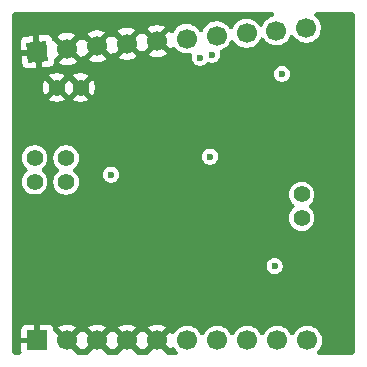
<source format=gbr>
%TF.GenerationSoftware,KiCad,Pcbnew,9.0.2*%
%TF.CreationDate,2025-06-04T00:25:23+07:00*%
%TF.ProjectId,Power Delivery Management_3.3V,506f7765-7220-4446-956c-697665727920,rev?*%
%TF.SameCoordinates,Original*%
%TF.FileFunction,Copper,L2,Inr*%
%TF.FilePolarity,Positive*%
%FSLAX46Y46*%
G04 Gerber Fmt 4.6, Leading zero omitted, Abs format (unit mm)*
G04 Created by KiCad (PCBNEW 9.0.2) date 2025-06-04 00:25:23*
%MOMM*%
%LPD*%
G01*
G04 APERTURE LIST*
G04 Aperture macros list*
%AMRotRect*
0 Rectangle, with rotation*
0 The origin of the aperture is its center*
0 $1 length*
0 $2 width*
0 $3 Rotation angle, in degrees counterclockwise*
0 Add horizontal line*
21,1,$1,$2,0,0,$3*%
G04 Aperture macros list end*
%TA.AperFunction,ComponentPad*%
%ADD10C,1.400000*%
%TD*%
%TA.AperFunction,ComponentPad*%
%ADD11RotRect,1.700000X1.700000X275.000000*%
%TD*%
%TA.AperFunction,ComponentPad*%
%ADD12C,1.700000*%
%TD*%
%TA.AperFunction,ComponentPad*%
%ADD13R,1.700000X1.700000*%
%TD*%
%TA.AperFunction,ViaPad*%
%ADD14C,0.600000*%
%TD*%
G04 APERTURE END LIST*
D10*
%TO.N,GND*%
%TO.C,GND1*%
X50749200Y-46990000D03*
X48749200Y-46990000D03*
%TD*%
%TO.N,3.3V*%
%TO.C,3.3*%
X46863000Y-54959000D03*
X46863000Y-52959000D03*
%TD*%
%TO.N,+12V*%
%TO.C,+12*%
X49530000Y-52975000D03*
X49530000Y-54975000D03*
%TD*%
%TO.N,VSENSE*%
%TO.C,SENS1*%
X69469000Y-56039000D03*
X69469000Y-58039000D03*
%TD*%
D11*
%TO.N,GND*%
%TO.C,J4*%
X47090827Y-43944567D03*
D12*
X49621163Y-43723191D03*
X52151496Y-43501816D03*
X54681831Y-43280440D03*
X57212165Y-43059065D03*
%TO.N,3.3V*%
X59742500Y-42837689D03*
X62272834Y-42616313D03*
X64803169Y-42394938D03*
X67333503Y-42173562D03*
X69863838Y-41952187D03*
%TD*%
D13*
%TO.N,GND*%
%TO.C,J3*%
X47090827Y-68404360D03*
D12*
X49630827Y-68404360D03*
X52170827Y-68404360D03*
X54710827Y-68404360D03*
X57250827Y-68404360D03*
%TO.N,+12V*%
X59790827Y-68404360D03*
X62330827Y-68404360D03*
X64870827Y-68404360D03*
X67410827Y-68404360D03*
X69950827Y-68404360D03*
%TD*%
D14*
%TO.N,3.3V*%
X61874400Y-44196000D03*
X60858400Y-44450000D03*
X67182000Y-62103000D03*
X67818000Y-45821600D03*
%TO.N,GND*%
X66040000Y-62230000D03*
X65024000Y-48260000D03*
X65786000Y-46228000D03*
X69291200Y-48107600D03*
X70739000Y-60960000D03*
X54737000Y-54356000D03*
X57404000Y-55118000D03*
X56642000Y-55118000D03*
X55826929Y-52029853D03*
X56261000Y-54356000D03*
X68199000Y-62738000D03*
X56488483Y-57221194D03*
X45339000Y-58547000D03*
X55880000Y-53721000D03*
X55118000Y-55118000D03*
X45339000Y-64389000D03*
X56682342Y-52019160D03*
X71534522Y-62273205D03*
X51308000Y-50292000D03*
X60960000Y-48260000D03*
X68529200Y-48107600D03*
X71374000Y-60325000D03*
X66294000Y-49149000D03*
X66675000Y-55499000D03*
X56642000Y-53721000D03*
X45339000Y-65913000D03*
X73406000Y-57912000D03*
X55118000Y-53721000D03*
X62992000Y-48260000D03*
X45339000Y-61849000D03*
X63246000Y-55499000D03*
X62357000Y-55499000D03*
X73398000Y-59690000D03*
X66675000Y-46228000D03*
X58928000Y-48768000D03*
X52070000Y-53594000D03*
X55880000Y-62484000D03*
X65786000Y-55499000D03*
X57023000Y-54356000D03*
X45339000Y-62611000D03*
X72126835Y-61680891D03*
X64135000Y-55499000D03*
X70866000Y-62738000D03*
X68199000Y-61341000D03*
X45339000Y-59309000D03*
X70180200Y-48107600D03*
X52070000Y-50292000D03*
X54356000Y-61087000D03*
X55253894Y-59782224D03*
X60706000Y-55499000D03*
X66040000Y-48260000D03*
X71069200Y-48107600D03*
X66294000Y-50038000D03*
X55880000Y-61087000D03*
X56495083Y-59764365D03*
X69088000Y-62738000D03*
X66294000Y-50927000D03*
X64897000Y-55499000D03*
X52070000Y-51181000D03*
X66294000Y-51816000D03*
X57404000Y-61087000D03*
X49784000Y-50292000D03*
X65405000Y-61722000D03*
X65405000Y-62865000D03*
X73414000Y-57023000D03*
X61595000Y-55499000D03*
X55880000Y-55118000D03*
X50546000Y-50292000D03*
X56497129Y-56143929D03*
X45339000Y-65151000D03*
X67564000Y-63500000D03*
X72009000Y-58801000D03*
X62992000Y-47244000D03*
X56488483Y-58771194D03*
X55118000Y-62484000D03*
X65532000Y-58420000D03*
X62992000Y-46228000D03*
X69977000Y-61341000D03*
X73406000Y-56134000D03*
X65024000Y-65024000D03*
X72009000Y-56134000D03*
X55283483Y-57221194D03*
X57023000Y-61849000D03*
X52070000Y-54356000D03*
X61976000Y-48260000D03*
X73263805Y-60462223D03*
X64897000Y-46228000D03*
X66040000Y-65024000D03*
X55499000Y-61849000D03*
X52070000Y-52832000D03*
X72009000Y-57023000D03*
X63692429Y-65247673D03*
X45339000Y-61087000D03*
X52070000Y-52070000D03*
X54737000Y-61849000D03*
X54356000Y-55118000D03*
X72009000Y-57912000D03*
X55258917Y-56126070D03*
X69977000Y-62730000D03*
X66853624Y-64348143D03*
X56642000Y-61087000D03*
X55499000Y-54356000D03*
X58928000Y-46736000D03*
X69088000Y-61341000D03*
X71988327Y-59619043D03*
X72719149Y-61061345D03*
X59944000Y-48260000D03*
X58928000Y-47752000D03*
X64008000Y-46228000D03*
X62484000Y-65278000D03*
X64008000Y-48260000D03*
X56642000Y-62484000D03*
X56261000Y-61849000D03*
X55118000Y-61087000D03*
X45339000Y-57785000D03*
X57580527Y-52008468D03*
X55283483Y-58771194D03*
X73406000Y-58801000D03*
%TO.N,BOOT*%
X61722000Y-52832000D03*
X53340000Y-54356000D03*
%TD*%
%TA.AperFunction,Conductor*%
%TO.N,GND*%
G36*
X67045477Y-40629001D02*
G01*
X67111413Y-40681584D01*
X67148005Y-40757567D01*
X67148005Y-40841903D01*
X67111413Y-40917886D01*
X67045477Y-40970469D01*
X67021814Y-40979960D01*
X66860776Y-41032283D01*
X66860770Y-41032285D01*
X66688054Y-41120290D01*
X66531237Y-41234224D01*
X66394165Y-41371296D01*
X66280231Y-41528113D01*
X66192226Y-41700829D01*
X66189376Y-41707712D01*
X66188204Y-41707226D01*
X66149204Y-41772496D01*
X66078817Y-41818953D01*
X65995245Y-41830269D01*
X65915038Y-41804204D01*
X65858932Y-41752918D01*
X65817876Y-41696410D01*
X65742505Y-41592670D01*
X65605437Y-41455602D01*
X65448616Y-41341665D01*
X65380068Y-41306738D01*
X65275901Y-41253661D01*
X65275895Y-41253659D01*
X65091549Y-41193762D01*
X64900091Y-41163438D01*
X64900090Y-41163438D01*
X64706248Y-41163438D01*
X64706247Y-41163438D01*
X64514788Y-41193762D01*
X64330442Y-41253659D01*
X64330436Y-41253661D01*
X64157720Y-41341666D01*
X64000903Y-41455600D01*
X63863831Y-41592672D01*
X63749897Y-41749489D01*
X63661892Y-41922205D01*
X63659042Y-41929088D01*
X63657870Y-41928602D01*
X63618870Y-41993872D01*
X63548483Y-42040329D01*
X63464911Y-42051645D01*
X63384704Y-42025580D01*
X63328599Y-41974295D01*
X63212172Y-41814048D01*
X63212171Y-41814047D01*
X63212170Y-41814045D01*
X63075102Y-41676977D01*
X62918281Y-41563040D01*
X62849733Y-41528113D01*
X62745566Y-41475036D01*
X62745560Y-41475034D01*
X62561214Y-41415137D01*
X62369756Y-41384813D01*
X62369755Y-41384813D01*
X62175913Y-41384813D01*
X62175912Y-41384813D01*
X61984453Y-41415137D01*
X61800107Y-41475034D01*
X61800101Y-41475036D01*
X61627385Y-41563041D01*
X61470568Y-41676975D01*
X61333496Y-41814047D01*
X61219562Y-41970864D01*
X61131557Y-42143580D01*
X61128707Y-42150463D01*
X61127535Y-42149977D01*
X61088535Y-42215247D01*
X61018148Y-42261704D01*
X60934576Y-42273020D01*
X60854369Y-42246955D01*
X60798263Y-42195669D01*
X60691780Y-42049108D01*
X60681836Y-42035421D01*
X60544768Y-41898353D01*
X60387947Y-41784416D01*
X60305304Y-41742307D01*
X60215232Y-41696412D01*
X60215226Y-41696410D01*
X60030880Y-41636513D01*
X59839422Y-41606189D01*
X59839421Y-41606189D01*
X59645579Y-41606189D01*
X59645578Y-41606189D01*
X59454119Y-41636513D01*
X59269773Y-41696410D01*
X59269767Y-41696412D01*
X59097051Y-41784417D01*
X58940234Y-41898351D01*
X58803162Y-42035423D01*
X58689229Y-42192238D01*
X58649002Y-42271187D01*
X58594952Y-42335926D01*
X58518166Y-42370803D01*
X58433852Y-42368910D01*
X58358709Y-42330621D01*
X58326848Y-42296538D01*
X58257938Y-42201691D01*
X58257937Y-42201691D01*
X57683503Y-42886273D01*
X57678090Y-42866072D01*
X57612264Y-42752058D01*
X57519172Y-42658966D01*
X57405158Y-42593140D01*
X57300338Y-42565052D01*
X57874143Y-41881220D01*
X57874143Y-41881219D01*
X57730378Y-41807968D01*
X57730377Y-41807967D01*
X57528298Y-41742308D01*
X57528294Y-41742307D01*
X57318413Y-41709065D01*
X57105917Y-41709065D01*
X56896035Y-41742307D01*
X56693948Y-41807970D01*
X56693941Y-41807973D01*
X56504611Y-41904441D01*
X56354791Y-42013290D01*
X56354791Y-42013291D01*
X57039375Y-42587726D01*
X57019172Y-42593140D01*
X56905158Y-42658966D01*
X56812066Y-42752058D01*
X56746240Y-42866072D01*
X56718153Y-42970890D01*
X56047381Y-42408045D01*
X55979060Y-42455051D01*
X55900685Y-42486193D01*
X55816560Y-42480247D01*
X55743346Y-42438388D01*
X55729765Y-42423141D01*
X55727603Y-42423066D01*
X55153169Y-43107648D01*
X55147756Y-43087447D01*
X55081930Y-42973433D01*
X54988838Y-42880341D01*
X54874824Y-42814515D01*
X54770003Y-42786427D01*
X55343809Y-42102594D01*
X55200044Y-42029343D01*
X55200043Y-42029342D01*
X54997964Y-41963683D01*
X54997960Y-41963682D01*
X54788079Y-41930440D01*
X54575583Y-41930440D01*
X54365701Y-41963682D01*
X54163614Y-42029345D01*
X54163607Y-42029348D01*
X53974277Y-42125816D01*
X53824457Y-42234665D01*
X53824457Y-42234666D01*
X54509041Y-42809101D01*
X54488838Y-42814515D01*
X54374824Y-42880341D01*
X54281732Y-42973433D01*
X54215906Y-43087447D01*
X54187819Y-43192266D01*
X53517048Y-42629421D01*
X53448726Y-42676427D01*
X53370351Y-42707570D01*
X53286225Y-42701624D01*
X53213011Y-42659765D01*
X53199429Y-42644517D01*
X53197268Y-42644442D01*
X52622834Y-43329024D01*
X52617421Y-43308823D01*
X52551595Y-43194809D01*
X52458503Y-43101717D01*
X52344489Y-43035891D01*
X52239668Y-43007803D01*
X52813473Y-42323971D01*
X52813473Y-42323970D01*
X52669709Y-42250719D01*
X52669708Y-42250718D01*
X52467629Y-42185059D01*
X52467625Y-42185058D01*
X52257744Y-42151816D01*
X52045248Y-42151816D01*
X51835366Y-42185058D01*
X51633279Y-42250721D01*
X51633272Y-42250724D01*
X51443942Y-42347192D01*
X51294122Y-42456041D01*
X51294122Y-42456042D01*
X51978706Y-43030477D01*
X51958503Y-43035891D01*
X51844489Y-43101717D01*
X51751397Y-43194809D01*
X51685571Y-43308823D01*
X51657484Y-43413642D01*
X50986712Y-42850796D01*
X50918391Y-42897802D01*
X50840016Y-42928944D01*
X50755891Y-42922998D01*
X50682677Y-42881139D01*
X50669096Y-42865892D01*
X50666935Y-42865817D01*
X50092501Y-43550399D01*
X50087088Y-43530198D01*
X50021262Y-43416184D01*
X49928170Y-43323092D01*
X49814156Y-43257266D01*
X49709335Y-43229178D01*
X50283141Y-42545345D01*
X50139376Y-42472094D01*
X50139375Y-42472093D01*
X49937296Y-42406434D01*
X49937292Y-42406433D01*
X49727411Y-42373191D01*
X49514915Y-42373191D01*
X49305033Y-42406433D01*
X49102946Y-42472096D01*
X49102939Y-42472099D01*
X48913609Y-42568567D01*
X48763789Y-42677416D01*
X48763789Y-42677417D01*
X49448373Y-43251852D01*
X49428170Y-43257266D01*
X49314156Y-43323092D01*
X49221064Y-43416184D01*
X49155238Y-43530198D01*
X49127151Y-43635017D01*
X48400748Y-43025491D01*
X48349826Y-42958265D01*
X48335612Y-42911345D01*
X48320541Y-42820520D01*
X48284076Y-42743910D01*
X48188211Y-42636760D01*
X48188207Y-42636756D01*
X48066039Y-42560955D01*
X48066034Y-42560953D01*
X47927457Y-42522640D01*
X47927458Y-42522640D01*
X47867575Y-42521453D01*
X47222215Y-42577914D01*
X47301933Y-43489100D01*
X47283820Y-43478642D01*
X47156653Y-43444567D01*
X47025001Y-43444567D01*
X46897834Y-43478642D01*
X46803854Y-43532901D01*
X46724117Y-42621492D01*
X46078761Y-42677954D01*
X46019989Y-42689523D01*
X45890171Y-42751316D01*
X45783020Y-42847182D01*
X45783016Y-42847186D01*
X45707215Y-42969354D01*
X45707213Y-42969359D01*
X45668900Y-43107936D01*
X45667713Y-43167818D01*
X45724174Y-43813177D01*
X46635360Y-43733459D01*
X46624902Y-43751574D01*
X46590827Y-43878741D01*
X46590827Y-44010393D01*
X46624902Y-44137560D01*
X46679159Y-44231537D01*
X45767752Y-44311275D01*
X45824214Y-44956632D01*
X45835783Y-45015404D01*
X45897576Y-45145222D01*
X45993442Y-45252373D01*
X45993446Y-45252377D01*
X46115614Y-45328178D01*
X46115619Y-45328180D01*
X46254196Y-45366493D01*
X46254195Y-45366493D01*
X46314078Y-45367680D01*
X46959437Y-45311218D01*
X46879719Y-44400033D01*
X46897834Y-44410492D01*
X47025001Y-44444567D01*
X47156653Y-44444567D01*
X47283820Y-44410492D01*
X47377798Y-44356233D01*
X47457535Y-45267640D01*
X48102892Y-45211179D01*
X48161664Y-45199610D01*
X48291482Y-45137817D01*
X48398633Y-45041951D01*
X48398638Y-45041944D01*
X48474437Y-44919783D01*
X48474441Y-44919773D01*
X48506147Y-44805091D01*
X48504653Y-44800286D01*
X48498160Y-44716201D01*
X48528793Y-44637625D01*
X48540442Y-44622211D01*
X49149824Y-43895979D01*
X49155238Y-43916184D01*
X49221064Y-44030198D01*
X49314156Y-44123290D01*
X49428170Y-44189116D01*
X49532986Y-44217202D01*
X48959183Y-44901034D01*
X48959183Y-44901035D01*
X49102939Y-44974282D01*
X49102946Y-44974285D01*
X49305033Y-45039948D01*
X49514915Y-45073191D01*
X49727411Y-45073191D01*
X49937292Y-45039948D01*
X50139379Y-44974285D01*
X50139391Y-44974280D01*
X50328715Y-44877814D01*
X50478535Y-44768963D01*
X50478535Y-44768962D01*
X49793953Y-44194529D01*
X49814156Y-44189116D01*
X49928170Y-44123290D01*
X50021262Y-44030198D01*
X50087088Y-43916184D01*
X50115174Y-43811365D01*
X50799006Y-44385169D01*
X50803583Y-44384238D01*
X50810147Y-44369529D01*
X50830115Y-44352632D01*
X50846878Y-44332554D01*
X50861917Y-44325722D01*
X50874527Y-44315053D01*
X50899849Y-44308493D01*
X50923664Y-44297676D01*
X50940175Y-44298046D01*
X50956167Y-44293904D01*
X50981829Y-44298981D01*
X51007978Y-44299568D01*
X51022693Y-44307065D01*
X51038899Y-44310272D01*
X51117381Y-44345294D01*
X51680157Y-43674604D01*
X51685571Y-43694809D01*
X51751397Y-43808823D01*
X51844489Y-43901915D01*
X51958503Y-43967741D01*
X52063319Y-43995827D01*
X51489516Y-44679659D01*
X51489516Y-44679660D01*
X51633272Y-44752907D01*
X51633279Y-44752910D01*
X51835366Y-44818573D01*
X52045248Y-44851816D01*
X52257744Y-44851816D01*
X52467625Y-44818573D01*
X52669712Y-44752910D01*
X52669724Y-44752905D01*
X52859048Y-44656439D01*
X53008868Y-44547588D01*
X53008868Y-44547587D01*
X52324286Y-43973154D01*
X52344489Y-43967741D01*
X52458503Y-43901915D01*
X52551595Y-43808823D01*
X52617421Y-43694809D01*
X52645507Y-43589990D01*
X53329339Y-44163794D01*
X53333915Y-44162863D01*
X53340481Y-44148151D01*
X53360447Y-44131255D01*
X53377211Y-44111176D01*
X53392250Y-44104344D01*
X53404861Y-44093674D01*
X53430184Y-44087114D01*
X53453997Y-44076298D01*
X53470510Y-44076668D01*
X53486502Y-44072526D01*
X53512159Y-44077602D01*
X53538311Y-44078189D01*
X53553031Y-44085689D01*
X53569234Y-44088895D01*
X53647716Y-44123917D01*
X54210492Y-43453228D01*
X54215906Y-43473433D01*
X54281732Y-43587447D01*
X54374824Y-43680539D01*
X54488838Y-43746365D01*
X54593654Y-43774451D01*
X54019851Y-44458283D01*
X54019851Y-44458284D01*
X54163607Y-44531531D01*
X54163614Y-44531534D01*
X54365701Y-44597197D01*
X54575583Y-44630440D01*
X54788079Y-44630440D01*
X54997960Y-44597197D01*
X55200047Y-44531534D01*
X55200059Y-44531529D01*
X55389383Y-44435063D01*
X55539203Y-44326212D01*
X55539203Y-44326211D01*
X54854621Y-43751778D01*
X54874824Y-43746365D01*
X54988838Y-43680539D01*
X55081930Y-43587447D01*
X55147756Y-43473433D01*
X55175842Y-43368614D01*
X55859674Y-43942418D01*
X55864250Y-43941487D01*
X55870815Y-43926777D01*
X55890780Y-43909882D01*
X55907545Y-43889802D01*
X55922586Y-43882969D01*
X55935195Y-43872301D01*
X55960514Y-43865742D01*
X55984331Y-43854924D01*
X56000845Y-43855294D01*
X56016836Y-43851152D01*
X56042493Y-43856228D01*
X56068645Y-43856815D01*
X56083365Y-43864315D01*
X56099567Y-43867521D01*
X56178049Y-43902543D01*
X56740826Y-43231853D01*
X56746240Y-43252058D01*
X56812066Y-43366072D01*
X56905158Y-43459164D01*
X57019172Y-43524990D01*
X57123988Y-43553076D01*
X56550185Y-44236908D01*
X56550185Y-44236909D01*
X56693941Y-44310156D01*
X56693948Y-44310159D01*
X56896035Y-44375822D01*
X57105917Y-44409065D01*
X57318413Y-44409065D01*
X57528294Y-44375822D01*
X57730381Y-44310159D01*
X57730393Y-44310154D01*
X57919717Y-44213688D01*
X58069537Y-44104837D01*
X58069537Y-44104836D01*
X57384955Y-43530403D01*
X57405158Y-43524990D01*
X57519172Y-43459164D01*
X57612264Y-43366072D01*
X57678090Y-43252058D01*
X57706176Y-43147239D01*
X58390008Y-43721043D01*
X58390009Y-43721043D01*
X58444212Y-43614665D01*
X58498261Y-43549925D01*
X58575046Y-43515048D01*
X58659360Y-43516940D01*
X58734504Y-43555227D01*
X58766366Y-43589309D01*
X58771310Y-43596114D01*
X58803164Y-43639957D01*
X58940232Y-43777025D01*
X59097053Y-43890962D01*
X59167344Y-43926777D01*
X59269767Y-43978965D01*
X59269773Y-43978967D01*
X59454119Y-44038864D01*
X59454120Y-44038864D01*
X59454123Y-44038865D01*
X59587799Y-44060037D01*
X59645578Y-44069189D01*
X59645579Y-44069189D01*
X59839421Y-44069189D01*
X59983761Y-44046327D01*
X60067900Y-44052000D01*
X60141251Y-44093619D01*
X60189279Y-44162942D01*
X60202473Y-44246239D01*
X60199261Y-44270462D01*
X60176900Y-44382878D01*
X60176900Y-44517122D01*
X60203090Y-44648786D01*
X60203091Y-44648788D01*
X60203092Y-44648793D01*
X60254459Y-44772805D01*
X60254463Y-44772812D01*
X60329045Y-44884431D01*
X60423968Y-44979354D01*
X60535587Y-45053936D01*
X60535594Y-45053940D01*
X60659606Y-45105307D01*
X60659607Y-45105307D01*
X60659614Y-45105310D01*
X60791278Y-45131500D01*
X60791281Y-45131500D01*
X60925519Y-45131500D01*
X60925522Y-45131500D01*
X61057186Y-45105310D01*
X61077450Y-45096916D01*
X61181205Y-45053940D01*
X61181208Y-45053938D01*
X61181211Y-45053937D01*
X61292831Y-44979355D01*
X61387755Y-44884431D01*
X61387760Y-44884423D01*
X61391901Y-44879378D01*
X61458564Y-44827721D01*
X61541039Y-44810103D01*
X61610911Y-44824509D01*
X61675614Y-44851310D01*
X61807278Y-44877500D01*
X61807281Y-44877500D01*
X61941519Y-44877500D01*
X61941522Y-44877500D01*
X62073186Y-44851310D01*
X62137887Y-44824510D01*
X62197205Y-44799940D01*
X62197208Y-44799938D01*
X62197211Y-44799937D01*
X62308831Y-44725355D01*
X62403755Y-44630431D01*
X62478337Y-44518811D01*
X62478338Y-44518808D01*
X62478340Y-44518805D01*
X62529707Y-44394793D01*
X62529706Y-44394793D01*
X62529710Y-44394786D01*
X62555900Y-44263122D01*
X62555900Y-44128878D01*
X62555900Y-44128875D01*
X62533361Y-44015569D01*
X62530895Y-44003171D01*
X62533259Y-43918871D01*
X62571967Y-43843943D01*
X62639351Y-43793230D01*
X62658186Y-43785980D01*
X62745566Y-43757589D01*
X62918281Y-43669586D01*
X63075102Y-43555649D01*
X63212170Y-43418581D01*
X63326107Y-43261760D01*
X63414110Y-43089045D01*
X63416961Y-43082163D01*
X63418136Y-43082650D01*
X63457107Y-43017403D01*
X63527485Y-42970934D01*
X63611056Y-42959602D01*
X63691267Y-42985652D01*
X63747403Y-43036955D01*
X63831979Y-43153363D01*
X63863833Y-43197206D01*
X64000901Y-43334274D01*
X64157722Y-43448211D01*
X64271391Y-43506128D01*
X64330436Y-43536214D01*
X64330442Y-43536216D01*
X64514788Y-43596113D01*
X64514789Y-43596113D01*
X64514792Y-43596114D01*
X64631917Y-43614665D01*
X64706247Y-43626438D01*
X64706248Y-43626438D01*
X64900091Y-43626438D01*
X64944474Y-43619408D01*
X65091546Y-43596114D01*
X65216086Y-43555649D01*
X65275895Y-43536216D01*
X65275901Y-43536214D01*
X65317441Y-43515048D01*
X65448616Y-43448211D01*
X65605437Y-43334274D01*
X65742505Y-43197206D01*
X65856442Y-43040385D01*
X65944445Y-42867670D01*
X65947296Y-42860788D01*
X65948471Y-42861275D01*
X65987442Y-42796028D01*
X66057820Y-42749559D01*
X66141391Y-42738227D01*
X66221602Y-42764277D01*
X66277738Y-42815580D01*
X66390610Y-42970934D01*
X66394167Y-42975830D01*
X66531235Y-43112898D01*
X66688056Y-43226835D01*
X66801725Y-43284752D01*
X66860770Y-43314838D01*
X66860776Y-43314840D01*
X67045122Y-43374737D01*
X67045123Y-43374737D01*
X67045126Y-43374738D01*
X67178802Y-43395910D01*
X67236581Y-43405062D01*
X67236582Y-43405062D01*
X67430425Y-43405062D01*
X67474808Y-43398032D01*
X67621880Y-43374738D01*
X67709509Y-43346266D01*
X67806229Y-43314840D01*
X67806235Y-43314838D01*
X67818040Y-43308823D01*
X67978950Y-43226835D01*
X68135771Y-43112898D01*
X68272839Y-42975830D01*
X68386776Y-42819009D01*
X68474779Y-42646294D01*
X68477630Y-42639412D01*
X68478805Y-42639899D01*
X68517776Y-42574652D01*
X68588154Y-42528183D01*
X68671725Y-42516851D01*
X68751936Y-42542901D01*
X68808072Y-42594204D01*
X68920945Y-42749559D01*
X68924502Y-42754455D01*
X69061570Y-42891523D01*
X69218391Y-43005460D01*
X69332060Y-43063377D01*
X69391105Y-43093463D01*
X69391111Y-43093465D01*
X69575457Y-43153362D01*
X69575458Y-43153362D01*
X69575461Y-43153363D01*
X69709137Y-43174535D01*
X69766916Y-43183687D01*
X69766917Y-43183687D01*
X69960760Y-43183687D01*
X70005143Y-43176657D01*
X70152215Y-43153363D01*
X70336570Y-43093463D01*
X70509285Y-43005460D01*
X70666106Y-42891523D01*
X70803174Y-42754455D01*
X70917111Y-42597634D01*
X71005114Y-42424919D01*
X71065014Y-42240564D01*
X71095338Y-42049108D01*
X71095338Y-41855266D01*
X71088809Y-41814047D01*
X71070178Y-41696413D01*
X71065014Y-41663810D01*
X71041900Y-41592672D01*
X71005116Y-41479460D01*
X71005114Y-41479454D01*
X70956891Y-41384813D01*
X70917111Y-41306740D01*
X70803174Y-41149919D01*
X70666106Y-41012851D01*
X70583786Y-40953042D01*
X70528300Y-40889533D01*
X70505864Y-40808237D01*
X70520922Y-40725257D01*
X70570493Y-40657028D01*
X70644759Y-40617064D01*
X70695173Y-40610235D01*
X73748239Y-40610235D01*
X73777881Y-40612568D01*
X73784225Y-40613572D01*
X73796909Y-40615582D01*
X73853304Y-40633907D01*
X73857423Y-40636006D01*
X73869249Y-40644598D01*
X73875179Y-40646977D01*
X73880431Y-40652723D01*
X73905380Y-40670850D01*
X73908650Y-40674120D01*
X73943502Y-40722093D01*
X73945599Y-40726209D01*
X73963915Y-40782574D01*
X73966999Y-40802042D01*
X73969334Y-40831693D01*
X73969334Y-69336680D01*
X73969330Y-69336695D01*
X73969333Y-69386437D01*
X73969333Y-69387684D01*
X73969331Y-69387691D01*
X73967002Y-69417315D01*
X73963917Y-69436800D01*
X73945597Y-69493191D01*
X73943501Y-69497305D01*
X73925379Y-69522248D01*
X73922159Y-69529339D01*
X73917250Y-69533437D01*
X73908649Y-69545277D01*
X73905379Y-69548547D01*
X73857422Y-69583391D01*
X73853305Y-69585489D01*
X73796922Y-69603813D01*
X73777888Y-69606829D01*
X73748231Y-69609164D01*
X70945120Y-69609164D01*
X70862899Y-69590398D01*
X70796963Y-69537815D01*
X70760371Y-69461832D01*
X70760371Y-69377496D01*
X70796963Y-69301513D01*
X70811114Y-69285676D01*
X70890163Y-69206628D01*
X71004100Y-69049807D01*
X71092103Y-68877092D01*
X71152003Y-68692737D01*
X71182327Y-68501281D01*
X71182327Y-68307439D01*
X71180686Y-68297081D01*
X71167664Y-68214860D01*
X71152003Y-68115983D01*
X71092103Y-67931628D01*
X71092103Y-67931627D01*
X71051982Y-67852886D01*
X71004100Y-67758913D01*
X70890163Y-67602092D01*
X70753095Y-67465024D01*
X70596274Y-67351087D01*
X70520096Y-67312272D01*
X70423559Y-67263083D01*
X70423553Y-67263081D01*
X70239207Y-67203184D01*
X70047749Y-67172860D01*
X70047748Y-67172860D01*
X69853906Y-67172860D01*
X69853905Y-67172860D01*
X69662446Y-67203184D01*
X69478100Y-67263081D01*
X69478094Y-67263083D01*
X69305378Y-67351088D01*
X69148561Y-67465022D01*
X69011489Y-67602094D01*
X68897554Y-67758911D01*
X68849672Y-67852886D01*
X68795623Y-67917625D01*
X68718838Y-67952503D01*
X68634524Y-67950610D01*
X68559380Y-67912322D01*
X68511982Y-67852886D01*
X68464099Y-67758911D01*
X68350164Y-67602094D01*
X68350163Y-67602092D01*
X68213095Y-67465024D01*
X68056274Y-67351087D01*
X67980096Y-67312272D01*
X67883559Y-67263083D01*
X67883553Y-67263081D01*
X67699207Y-67203184D01*
X67507749Y-67172860D01*
X67507748Y-67172860D01*
X67313906Y-67172860D01*
X67313905Y-67172860D01*
X67122446Y-67203184D01*
X66938100Y-67263081D01*
X66938094Y-67263083D01*
X66765378Y-67351088D01*
X66608561Y-67465022D01*
X66471489Y-67602094D01*
X66357554Y-67758911D01*
X66309672Y-67852886D01*
X66255623Y-67917625D01*
X66178838Y-67952503D01*
X66094524Y-67950610D01*
X66019380Y-67912322D01*
X65971982Y-67852886D01*
X65924099Y-67758911D01*
X65810164Y-67602094D01*
X65810163Y-67602092D01*
X65673095Y-67465024D01*
X65516274Y-67351087D01*
X65440096Y-67312272D01*
X65343559Y-67263083D01*
X65343553Y-67263081D01*
X65159207Y-67203184D01*
X64967749Y-67172860D01*
X64967748Y-67172860D01*
X64773906Y-67172860D01*
X64773905Y-67172860D01*
X64582446Y-67203184D01*
X64398100Y-67263081D01*
X64398094Y-67263083D01*
X64225378Y-67351088D01*
X64068561Y-67465022D01*
X63931489Y-67602094D01*
X63817554Y-67758911D01*
X63769672Y-67852886D01*
X63715623Y-67917625D01*
X63638838Y-67952503D01*
X63554524Y-67950610D01*
X63479380Y-67912322D01*
X63431982Y-67852886D01*
X63384099Y-67758911D01*
X63270164Y-67602094D01*
X63270163Y-67602092D01*
X63133095Y-67465024D01*
X62976274Y-67351087D01*
X62900096Y-67312272D01*
X62803559Y-67263083D01*
X62803553Y-67263081D01*
X62619207Y-67203184D01*
X62427749Y-67172860D01*
X62427748Y-67172860D01*
X62233906Y-67172860D01*
X62233905Y-67172860D01*
X62042446Y-67203184D01*
X61858100Y-67263081D01*
X61858094Y-67263083D01*
X61685378Y-67351088D01*
X61528561Y-67465022D01*
X61391489Y-67602094D01*
X61277554Y-67758911D01*
X61229672Y-67852886D01*
X61175623Y-67917625D01*
X61098838Y-67952503D01*
X61014524Y-67950610D01*
X60939380Y-67912322D01*
X60891982Y-67852886D01*
X60844099Y-67758911D01*
X60730164Y-67602094D01*
X60730163Y-67602092D01*
X60593095Y-67465024D01*
X60436274Y-67351087D01*
X60360096Y-67312272D01*
X60263559Y-67263083D01*
X60263553Y-67263081D01*
X60079207Y-67203184D01*
X59887749Y-67172860D01*
X59887748Y-67172860D01*
X59693906Y-67172860D01*
X59693905Y-67172860D01*
X59502446Y-67203184D01*
X59318100Y-67263081D01*
X59318094Y-67263083D01*
X59145378Y-67351088D01*
X58988561Y-67465022D01*
X58851488Y-67602095D01*
X58742712Y-67751812D01*
X58679201Y-67807299D01*
X58597905Y-67829735D01*
X58514925Y-67814676D01*
X58446696Y-67765105D01*
X58420559Y-67726459D01*
X58405450Y-67696807D01*
X58405447Y-67696802D01*
X58366096Y-67642642D01*
X57733789Y-68274949D01*
X57716752Y-68211367D01*
X57650926Y-68097353D01*
X57557834Y-68004261D01*
X57443820Y-67938435D01*
X57380234Y-67921397D01*
X58012544Y-67289088D01*
X57958385Y-67249740D01*
X57769044Y-67153265D01*
X57566956Y-67087602D01*
X57357075Y-67054360D01*
X57144579Y-67054360D01*
X56934697Y-67087602D01*
X56732610Y-67153265D01*
X56732603Y-67153268D01*
X56543275Y-67249735D01*
X56543272Y-67249737D01*
X56489109Y-67289088D01*
X57121418Y-67921397D01*
X57057834Y-67938435D01*
X56943820Y-68004261D01*
X56850728Y-68097353D01*
X56784902Y-68211367D01*
X56767864Y-68274951D01*
X56135555Y-67642642D01*
X56135554Y-67642642D01*
X56134134Y-67644598D01*
X56070623Y-67700085D01*
X55989327Y-67722521D01*
X55906347Y-67707462D01*
X55889495Y-67699251D01*
X55812074Y-67656664D01*
X55193789Y-68274949D01*
X55176752Y-68211367D01*
X55110926Y-68097353D01*
X55017834Y-68004261D01*
X54903820Y-67938435D01*
X54840234Y-67921397D01*
X55472543Y-67289088D01*
X55418385Y-67249740D01*
X55229044Y-67153265D01*
X55026956Y-67087602D01*
X54817075Y-67054360D01*
X54604579Y-67054360D01*
X54394697Y-67087602D01*
X54192610Y-67153265D01*
X54192603Y-67153268D01*
X54003275Y-67249735D01*
X54003272Y-67249737D01*
X53949109Y-67289088D01*
X54581418Y-67921397D01*
X54517834Y-67938435D01*
X54403820Y-68004261D01*
X54310728Y-68097353D01*
X54244902Y-68211367D01*
X54227864Y-68274951D01*
X53595555Y-67642642D01*
X53595554Y-67642642D01*
X53594134Y-67644598D01*
X53530623Y-67700085D01*
X53449327Y-67722521D01*
X53366347Y-67707462D01*
X53349495Y-67699251D01*
X53272074Y-67656664D01*
X52653789Y-68274949D01*
X52636752Y-68211367D01*
X52570926Y-68097353D01*
X52477834Y-68004261D01*
X52363820Y-67938435D01*
X52300234Y-67921397D01*
X52932543Y-67289088D01*
X52878385Y-67249740D01*
X52689044Y-67153265D01*
X52486956Y-67087602D01*
X52277075Y-67054360D01*
X52064579Y-67054360D01*
X51854697Y-67087602D01*
X51652610Y-67153265D01*
X51652603Y-67153268D01*
X51463275Y-67249735D01*
X51463272Y-67249737D01*
X51409109Y-67289088D01*
X52041418Y-67921397D01*
X51977834Y-67938435D01*
X51863820Y-68004261D01*
X51770728Y-68097353D01*
X51704902Y-68211367D01*
X51687864Y-68274951D01*
X51055555Y-67642642D01*
X51055554Y-67642642D01*
X51054134Y-67644598D01*
X50990623Y-67700085D01*
X50909327Y-67722521D01*
X50826347Y-67707462D01*
X50809495Y-67699251D01*
X50732074Y-67656664D01*
X50113789Y-68274949D01*
X50096752Y-68211367D01*
X50030926Y-68097353D01*
X49937834Y-68004261D01*
X49823820Y-67938435D01*
X49760234Y-67921397D01*
X50392543Y-67289088D01*
X50338385Y-67249740D01*
X50149044Y-67153265D01*
X49946956Y-67087602D01*
X49737075Y-67054360D01*
X49524579Y-67054360D01*
X49314697Y-67087602D01*
X49112610Y-67153265D01*
X49112603Y-67153268D01*
X48923275Y-67249735D01*
X48923272Y-67249737D01*
X48869109Y-67289088D01*
X49501418Y-67921397D01*
X49437834Y-67938435D01*
X49323820Y-68004261D01*
X49230728Y-68097353D01*
X49164902Y-68211367D01*
X49147864Y-68274951D01*
X48475864Y-67602951D01*
X48430995Y-67531542D01*
X48420576Y-67477987D01*
X48416847Y-67399854D01*
X48384180Y-67312272D01*
X48298017Y-67197172D01*
X48298014Y-67197169D01*
X48182914Y-67111005D01*
X48048203Y-67060761D01*
X47988666Y-67054360D01*
X47340828Y-67054360D01*
X47340827Y-67054361D01*
X47340827Y-67971348D01*
X47283820Y-67938435D01*
X47156653Y-67904360D01*
X47025001Y-67904360D01*
X46897834Y-67938435D01*
X46840827Y-67971348D01*
X46840827Y-67054361D01*
X46840826Y-67054360D01*
X46192987Y-67054360D01*
X46133450Y-67060761D01*
X45998739Y-67111005D01*
X45883639Y-67197169D01*
X45883636Y-67197172D01*
X45797472Y-67312272D01*
X45747228Y-67446983D01*
X45740827Y-67506520D01*
X45740827Y-68154359D01*
X45740828Y-68154360D01*
X46657815Y-68154360D01*
X46624902Y-68211367D01*
X46590827Y-68338534D01*
X46590827Y-68470186D01*
X46624902Y-68597353D01*
X46657815Y-68654360D01*
X45740828Y-68654360D01*
X45740827Y-68654361D01*
X45740827Y-69302199D01*
X45747229Y-69361737D01*
X45749955Y-69373274D01*
X45749365Y-69373413D01*
X45751332Y-69377496D01*
X45751332Y-69407394D01*
X45755286Y-69437025D01*
X45751332Y-69449112D01*
X45751332Y-69461832D01*
X45738360Y-69488767D01*
X45729066Y-69517181D01*
X45720258Y-69526356D01*
X45714740Y-69537815D01*
X45691366Y-69556455D01*
X45670664Y-69578022D01*
X45658749Y-69582466D01*
X45648804Y-69590398D01*
X45619655Y-69597050D01*
X45591648Y-69607499D01*
X45566583Y-69609164D01*
X45255197Y-69609164D01*
X45255120Y-69609159D01*
X45191826Y-69609163D01*
X45162178Y-69606831D01*
X45142720Y-69603750D01*
X45086327Y-69585428D01*
X45082226Y-69583339D01*
X45034241Y-69548470D01*
X45030991Y-69545219D01*
X45022400Y-69533393D01*
X45017488Y-69529292D01*
X45014261Y-69522188D01*
X44996161Y-69497271D01*
X44994070Y-69493167D01*
X44975749Y-69436776D01*
X44972667Y-69417311D01*
X44970337Y-69387685D01*
X44970337Y-69353107D01*
X44970338Y-69336695D01*
X44970337Y-69336691D01*
X44970337Y-62035878D01*
X66500500Y-62035878D01*
X66500500Y-62170122D01*
X66526690Y-62301786D01*
X66526691Y-62301788D01*
X66526692Y-62301793D01*
X66578059Y-62425805D01*
X66578063Y-62425812D01*
X66652645Y-62537431D01*
X66747568Y-62632354D01*
X66859187Y-62706936D01*
X66859194Y-62706940D01*
X66983206Y-62758307D01*
X66983207Y-62758307D01*
X66983214Y-62758310D01*
X67114878Y-62784500D01*
X67114881Y-62784500D01*
X67249119Y-62784500D01*
X67249122Y-62784500D01*
X67380786Y-62758310D01*
X67401050Y-62749916D01*
X67504805Y-62706940D01*
X67504808Y-62706938D01*
X67504811Y-62706937D01*
X67616431Y-62632355D01*
X67711355Y-62537431D01*
X67785937Y-62425811D01*
X67785938Y-62425808D01*
X67785940Y-62425805D01*
X67837307Y-62301793D01*
X67837306Y-62301793D01*
X67837310Y-62301786D01*
X67863500Y-62170122D01*
X67863500Y-62035878D01*
X67837310Y-61904214D01*
X67837307Y-61904206D01*
X67785940Y-61780194D01*
X67785936Y-61780187D01*
X67711354Y-61668568D01*
X67616431Y-61573645D01*
X67504812Y-61499063D01*
X67504805Y-61499059D01*
X67380793Y-61447692D01*
X67380788Y-61447691D01*
X67380786Y-61447690D01*
X67249122Y-61421500D01*
X67114878Y-61421500D01*
X66983214Y-61447690D01*
X66983212Y-61447690D01*
X66983206Y-61447692D01*
X66859194Y-61499059D01*
X66859187Y-61499063D01*
X66747568Y-61573645D01*
X66652645Y-61668568D01*
X66578063Y-61780187D01*
X66578059Y-61780194D01*
X66526692Y-61904206D01*
X66526690Y-61904212D01*
X66526690Y-61904214D01*
X66500500Y-62035878D01*
X44970337Y-62035878D01*
X44970337Y-52873883D01*
X45781500Y-52873883D01*
X45781500Y-53044116D01*
X45808130Y-53212253D01*
X45860735Y-53374151D01*
X45860737Y-53374156D01*
X45938016Y-53525827D01*
X45938018Y-53525829D01*
X46038078Y-53663550D01*
X46038080Y-53663552D01*
X46158447Y-53783919D01*
X46158455Y-53783926D01*
X46188414Y-53805693D01*
X46243901Y-53869204D01*
X46266336Y-53950500D01*
X46251277Y-54033480D01*
X46201705Y-54101708D01*
X46188414Y-54112307D01*
X46158455Y-54134073D01*
X46158447Y-54134080D01*
X46038080Y-54254447D01*
X46038078Y-54254450D01*
X45938018Y-54392170D01*
X45938016Y-54392172D01*
X45860737Y-54543843D01*
X45860735Y-54543848D01*
X45808130Y-54705746D01*
X45781500Y-54873883D01*
X45781500Y-55044116D01*
X45808130Y-55212253D01*
X45860735Y-55374151D01*
X45860737Y-55374156D01*
X45938016Y-55525827D01*
X45938018Y-55525829D01*
X46038078Y-55663550D01*
X46158450Y-55783922D01*
X46296170Y-55883981D01*
X46296172Y-55883983D01*
X46375071Y-55924183D01*
X46447848Y-55961265D01*
X46609748Y-56013870D01*
X46777884Y-56040500D01*
X46948116Y-56040500D01*
X47116252Y-56013870D01*
X47278152Y-55961265D01*
X47429829Y-55883982D01*
X47567550Y-55783922D01*
X47687922Y-55663550D01*
X47787982Y-55525829D01*
X47865265Y-55374152D01*
X47917870Y-55212252D01*
X47944500Y-55044116D01*
X47944500Y-54873884D01*
X47917870Y-54705748D01*
X47865265Y-54543848D01*
X47828183Y-54471071D01*
X47787983Y-54392172D01*
X47787981Y-54392170D01*
X47687922Y-54254450D01*
X47567550Y-54134078D01*
X47537585Y-54112307D01*
X47482099Y-54048798D01*
X47459663Y-53967502D01*
X47474721Y-53884522D01*
X47524292Y-53816293D01*
X47537581Y-53805695D01*
X47567550Y-53783922D01*
X47687922Y-53663550D01*
X47787982Y-53525829D01*
X47865265Y-53374152D01*
X47917870Y-53212252D01*
X47944500Y-53044116D01*
X47944500Y-52889883D01*
X48448500Y-52889883D01*
X48448500Y-53060116D01*
X48475130Y-53228253D01*
X48527735Y-53390151D01*
X48527737Y-53390156D01*
X48605016Y-53541827D01*
X48605018Y-53541829D01*
X48705078Y-53679550D01*
X48705080Y-53679552D01*
X48825447Y-53799919D01*
X48825455Y-53799926D01*
X48855414Y-53821693D01*
X48910901Y-53885204D01*
X48933336Y-53966500D01*
X48918277Y-54049480D01*
X48868705Y-54117708D01*
X48855414Y-54128307D01*
X48825455Y-54150073D01*
X48825447Y-54150080D01*
X48705080Y-54270447D01*
X48705078Y-54270450D01*
X48605018Y-54408170D01*
X48605016Y-54408172D01*
X48527737Y-54559843D01*
X48527735Y-54559848D01*
X48475130Y-54721746D01*
X48448500Y-54889883D01*
X48448500Y-55060116D01*
X48475130Y-55228253D01*
X48527735Y-55390151D01*
X48527737Y-55390156D01*
X48605016Y-55541827D01*
X48605018Y-55541829D01*
X48705078Y-55679550D01*
X48825450Y-55799922D01*
X48963170Y-55899981D01*
X48963172Y-55899983D01*
X49042071Y-55940183D01*
X49114848Y-55977265D01*
X49276748Y-56029870D01*
X49444884Y-56056500D01*
X49615116Y-56056500D01*
X49783252Y-56029870D01*
X49945152Y-55977265D01*
X49991042Y-55953883D01*
X68387500Y-55953883D01*
X68387500Y-56124116D01*
X68414130Y-56292253D01*
X68466735Y-56454151D01*
X68466737Y-56454156D01*
X68544016Y-56605827D01*
X68544018Y-56605829D01*
X68644078Y-56743550D01*
X68644080Y-56743552D01*
X68764447Y-56863919D01*
X68764455Y-56863926D01*
X68794414Y-56885693D01*
X68849901Y-56949204D01*
X68872336Y-57030500D01*
X68857277Y-57113480D01*
X68807705Y-57181708D01*
X68794414Y-57192307D01*
X68764455Y-57214073D01*
X68764447Y-57214080D01*
X68644080Y-57334447D01*
X68644078Y-57334450D01*
X68544018Y-57472170D01*
X68544016Y-57472172D01*
X68466737Y-57623843D01*
X68466735Y-57623848D01*
X68414130Y-57785746D01*
X68387500Y-57953883D01*
X68387500Y-58124116D01*
X68414130Y-58292253D01*
X68466735Y-58454151D01*
X68466737Y-58454156D01*
X68544016Y-58605827D01*
X68544018Y-58605829D01*
X68644078Y-58743550D01*
X68764450Y-58863922D01*
X68902170Y-58963981D01*
X68902172Y-58963983D01*
X68981071Y-59004183D01*
X69053848Y-59041265D01*
X69215748Y-59093870D01*
X69383884Y-59120500D01*
X69554116Y-59120500D01*
X69722252Y-59093870D01*
X69884152Y-59041265D01*
X70035829Y-58963982D01*
X70173550Y-58863922D01*
X70293922Y-58743550D01*
X70393982Y-58605829D01*
X70471265Y-58454152D01*
X70523870Y-58292252D01*
X70550500Y-58124116D01*
X70550500Y-57953884D01*
X70523870Y-57785748D01*
X70471265Y-57623848D01*
X70393982Y-57472171D01*
X70293922Y-57334450D01*
X70173550Y-57214078D01*
X70143585Y-57192307D01*
X70088099Y-57128798D01*
X70065663Y-57047502D01*
X70080721Y-56964522D01*
X70130292Y-56896293D01*
X70143581Y-56885695D01*
X70173550Y-56863922D01*
X70293922Y-56743550D01*
X70393982Y-56605829D01*
X70471265Y-56454152D01*
X70523870Y-56292252D01*
X70550500Y-56124116D01*
X70550500Y-55953884D01*
X70523870Y-55785748D01*
X70471265Y-55623848D01*
X70393982Y-55472171D01*
X70293922Y-55334450D01*
X70173550Y-55214078D01*
X70035829Y-55114018D01*
X70035827Y-55114016D01*
X69884156Y-55036737D01*
X69884155Y-55036736D01*
X69884152Y-55036735D01*
X69803202Y-55010432D01*
X69722253Y-54984130D01*
X69554116Y-54957500D01*
X69383884Y-54957500D01*
X69215746Y-54984130D01*
X69053848Y-55036735D01*
X69053843Y-55036737D01*
X68902172Y-55114016D01*
X68902170Y-55114018D01*
X68764450Y-55214078D01*
X68764447Y-55214080D01*
X68644080Y-55334447D01*
X68644078Y-55334450D01*
X68544018Y-55472170D01*
X68544016Y-55472172D01*
X68466737Y-55623843D01*
X68466735Y-55623848D01*
X68414130Y-55785746D01*
X68387500Y-55953883D01*
X49991042Y-55953883D01*
X50096829Y-55899982D01*
X50234550Y-55799922D01*
X50354922Y-55679550D01*
X50454982Y-55541829D01*
X50532265Y-55390152D01*
X50584870Y-55228252D01*
X50611500Y-55060116D01*
X50611500Y-54889884D01*
X50584870Y-54721748D01*
X50532265Y-54559848D01*
X50462600Y-54423122D01*
X50454983Y-54408172D01*
X50454979Y-54408166D01*
X50442474Y-54390955D01*
X50442472Y-54390953D01*
X50368310Y-54288878D01*
X52658500Y-54288878D01*
X52658500Y-54423122D01*
X52684690Y-54554786D01*
X52684691Y-54554788D01*
X52684692Y-54554793D01*
X52736059Y-54678805D01*
X52736063Y-54678812D01*
X52810645Y-54790431D01*
X52905569Y-54885355D01*
X52960998Y-54922392D01*
X53017187Y-54959936D01*
X53017194Y-54959940D01*
X53141206Y-55011307D01*
X53141207Y-55011307D01*
X53141214Y-55011310D01*
X53272878Y-55037500D01*
X53272881Y-55037500D01*
X53407119Y-55037500D01*
X53407122Y-55037500D01*
X53538786Y-55011310D01*
X53559050Y-55002916D01*
X53662805Y-54959940D01*
X53662808Y-54959938D01*
X53662811Y-54959937D01*
X53774431Y-54885355D01*
X53869355Y-54790431D01*
X53943937Y-54678811D01*
X53943938Y-54678808D01*
X53943940Y-54678805D01*
X53995307Y-54554793D01*
X53995306Y-54554793D01*
X53995310Y-54554786D01*
X54021500Y-54423122D01*
X54021500Y-54288878D01*
X53995310Y-54157214D01*
X53992355Y-54150080D01*
X53943940Y-54033194D01*
X53943936Y-54033187D01*
X53899377Y-53966500D01*
X53869355Y-53921569D01*
X53774431Y-53826645D01*
X53734443Y-53799926D01*
X53662812Y-53752063D01*
X53662805Y-53752059D01*
X53538793Y-53700692D01*
X53538788Y-53700691D01*
X53538786Y-53700690D01*
X53407122Y-53674500D01*
X53272878Y-53674500D01*
X53141214Y-53700690D01*
X53141212Y-53700690D01*
X53141206Y-53700692D01*
X53017194Y-53752059D01*
X53017187Y-53752063D01*
X52905568Y-53826645D01*
X52810645Y-53921568D01*
X52736063Y-54033187D01*
X52736059Y-54033194D01*
X52684692Y-54157206D01*
X52684690Y-54157212D01*
X52684690Y-54157214D01*
X52658500Y-54288878D01*
X50368310Y-54288878D01*
X50354922Y-54270450D01*
X50234550Y-54150078D01*
X50204585Y-54128307D01*
X50149099Y-54064798D01*
X50126663Y-53983502D01*
X50141721Y-53900522D01*
X50191292Y-53832293D01*
X50204581Y-53821695D01*
X50234550Y-53799922D01*
X50354922Y-53679550D01*
X50454982Y-53541829D01*
X50532265Y-53390152D01*
X50584870Y-53228252D01*
X50611500Y-53060116D01*
X50611500Y-52889884D01*
X50591701Y-52764878D01*
X61040500Y-52764878D01*
X61040500Y-52899122D01*
X61066690Y-53030786D01*
X61066691Y-53030788D01*
X61066692Y-53030793D01*
X61118059Y-53154805D01*
X61118063Y-53154812D01*
X61192645Y-53266431D01*
X61287568Y-53361354D01*
X61399187Y-53435936D01*
X61399194Y-53435940D01*
X61523206Y-53487307D01*
X61523207Y-53487307D01*
X61523214Y-53487310D01*
X61654878Y-53513500D01*
X61654881Y-53513500D01*
X61789119Y-53513500D01*
X61789122Y-53513500D01*
X61920786Y-53487310D01*
X61941050Y-53478916D01*
X62044805Y-53435940D01*
X62044808Y-53435938D01*
X62044811Y-53435937D01*
X62156431Y-53361355D01*
X62251355Y-53266431D01*
X62325937Y-53154811D01*
X62325938Y-53154808D01*
X62325940Y-53154805D01*
X62368916Y-53051050D01*
X62377310Y-53030786D01*
X62403500Y-52899122D01*
X62403500Y-52764878D01*
X62377310Y-52633214D01*
X62346919Y-52559843D01*
X62325940Y-52509194D01*
X62325936Y-52509187D01*
X62288392Y-52452998D01*
X62251355Y-52397569D01*
X62156431Y-52302645D01*
X62108248Y-52270450D01*
X62044812Y-52228063D01*
X62044805Y-52228059D01*
X61920793Y-52176692D01*
X61920788Y-52176691D01*
X61920786Y-52176690D01*
X61789122Y-52150500D01*
X61654878Y-52150500D01*
X61523214Y-52176690D01*
X61523212Y-52176690D01*
X61523206Y-52176692D01*
X61399194Y-52228059D01*
X61399187Y-52228063D01*
X61287568Y-52302645D01*
X61192645Y-52397568D01*
X61118063Y-52509187D01*
X61118059Y-52509194D01*
X61066692Y-52633206D01*
X61066690Y-52633212D01*
X61066690Y-52633214D01*
X61040500Y-52764878D01*
X50591701Y-52764878D01*
X50584870Y-52721748D01*
X50532265Y-52559848D01*
X50454982Y-52408171D01*
X50354922Y-52270450D01*
X50234550Y-52150078D01*
X50096829Y-52050018D01*
X50096827Y-52050016D01*
X49945156Y-51972737D01*
X49945155Y-51972736D01*
X49945152Y-51972735D01*
X49864202Y-51946432D01*
X49783253Y-51920130D01*
X49615116Y-51893500D01*
X49444884Y-51893500D01*
X49276746Y-51920130D01*
X49114848Y-51972735D01*
X49114843Y-51972737D01*
X48963172Y-52050016D01*
X48963170Y-52050018D01*
X48825450Y-52150078D01*
X48825447Y-52150080D01*
X48705080Y-52270447D01*
X48705078Y-52270450D01*
X48605018Y-52408170D01*
X48605016Y-52408172D01*
X48527737Y-52559843D01*
X48527735Y-52559848D01*
X48475130Y-52721746D01*
X48448500Y-52889883D01*
X47944500Y-52889883D01*
X47944500Y-52873884D01*
X47917870Y-52705748D01*
X47865265Y-52543848D01*
X47796135Y-52408172D01*
X47787983Y-52392172D01*
X47787981Y-52392170D01*
X47687922Y-52254450D01*
X47567550Y-52134078D01*
X47429829Y-52034018D01*
X47429827Y-52034016D01*
X47278156Y-51956737D01*
X47278155Y-51956736D01*
X47278152Y-51956735D01*
X47197202Y-51930432D01*
X47116253Y-51904130D01*
X46948116Y-51877500D01*
X46777884Y-51877500D01*
X46609746Y-51904130D01*
X46447848Y-51956735D01*
X46447843Y-51956737D01*
X46296172Y-52034016D01*
X46296170Y-52034018D01*
X46158450Y-52134078D01*
X46158447Y-52134080D01*
X46038080Y-52254447D01*
X46038078Y-52254450D01*
X45938018Y-52392170D01*
X45938016Y-52392172D01*
X45860737Y-52543843D01*
X45860735Y-52543848D01*
X45808130Y-52705746D01*
X45781500Y-52873883D01*
X44970337Y-52873883D01*
X44970337Y-47997883D01*
X48094870Y-47997883D01*
X48120261Y-48016330D01*
X48288551Y-48102079D01*
X48288563Y-48102084D01*
X48468197Y-48160451D01*
X48654758Y-48190000D01*
X48843642Y-48190000D01*
X49030202Y-48160451D01*
X49209836Y-48102084D01*
X49209838Y-48102084D01*
X49378142Y-48016328D01*
X49403528Y-47997883D01*
X50094870Y-47997883D01*
X50120261Y-48016330D01*
X50288551Y-48102079D01*
X50288563Y-48102084D01*
X50468197Y-48160451D01*
X50654758Y-48190000D01*
X50843642Y-48190000D01*
X51030202Y-48160451D01*
X51209836Y-48102084D01*
X51209838Y-48102084D01*
X51378142Y-48016328D01*
X51403528Y-47997883D01*
X50749200Y-47343553D01*
X50094870Y-47997883D01*
X49403528Y-47997883D01*
X48749200Y-47343553D01*
X48094870Y-47997883D01*
X44970337Y-47997883D01*
X44970337Y-46895557D01*
X47549200Y-46895557D01*
X47549200Y-47084442D01*
X47578748Y-47271002D01*
X47637115Y-47450636D01*
X47637118Y-47450643D01*
X47722867Y-47618936D01*
X47741315Y-47644328D01*
X48395645Y-46990000D01*
X48349567Y-46943922D01*
X48399200Y-46943922D01*
X48399200Y-47036078D01*
X48423052Y-47125095D01*
X48469130Y-47204905D01*
X48534295Y-47270070D01*
X48614105Y-47316148D01*
X48703122Y-47340000D01*
X48795278Y-47340000D01*
X48884295Y-47316148D01*
X48964105Y-47270070D01*
X49029270Y-47204905D01*
X49075348Y-47125095D01*
X49099200Y-47036078D01*
X49099200Y-46990000D01*
X49102753Y-46990000D01*
X49749200Y-47636445D01*
X50395646Y-46990000D01*
X50349568Y-46943922D01*
X50399200Y-46943922D01*
X50399200Y-47036078D01*
X50423052Y-47125095D01*
X50469130Y-47204905D01*
X50534295Y-47270070D01*
X50614105Y-47316148D01*
X50703122Y-47340000D01*
X50795278Y-47340000D01*
X50884295Y-47316148D01*
X50964105Y-47270070D01*
X51029270Y-47204905D01*
X51075348Y-47125095D01*
X51099200Y-47036078D01*
X51099200Y-46990000D01*
X51102753Y-46990000D01*
X51757083Y-47644328D01*
X51775528Y-47618942D01*
X51861284Y-47450638D01*
X51861284Y-47450636D01*
X51919651Y-47271002D01*
X51949200Y-47084442D01*
X51949200Y-46895557D01*
X51919651Y-46708997D01*
X51861284Y-46529363D01*
X51861279Y-46529351D01*
X51775530Y-46361061D01*
X51757083Y-46335670D01*
X51102753Y-46990000D01*
X51099200Y-46990000D01*
X51099200Y-46943922D01*
X51075348Y-46854905D01*
X51029270Y-46775095D01*
X50964105Y-46709930D01*
X50884295Y-46663852D01*
X50795278Y-46640000D01*
X50703122Y-46640000D01*
X50614105Y-46663852D01*
X50534295Y-46709930D01*
X50469130Y-46775095D01*
X50423052Y-46854905D01*
X50399200Y-46943922D01*
X50349568Y-46943922D01*
X49749200Y-46343553D01*
X49102753Y-46990000D01*
X49099200Y-46990000D01*
X49099200Y-46943922D01*
X49075348Y-46854905D01*
X49029270Y-46775095D01*
X48964105Y-46709930D01*
X48884295Y-46663852D01*
X48795278Y-46640000D01*
X48703122Y-46640000D01*
X48614105Y-46663852D01*
X48534295Y-46709930D01*
X48469130Y-46775095D01*
X48423052Y-46854905D01*
X48399200Y-46943922D01*
X48349567Y-46943922D01*
X47741315Y-46335670D01*
X47722868Y-46361063D01*
X47637115Y-46529361D01*
X47637115Y-46529363D01*
X47578748Y-46708997D01*
X47549200Y-46895557D01*
X44970337Y-46895557D01*
X44970337Y-45982115D01*
X48094870Y-45982115D01*
X48749200Y-46636445D01*
X49403528Y-45982115D01*
X50094870Y-45982115D01*
X50749200Y-46636445D01*
X51403528Y-45982115D01*
X51378136Y-45963667D01*
X51280686Y-45914014D01*
X51209843Y-45877918D01*
X51209836Y-45877915D01*
X51030202Y-45819548D01*
X50843642Y-45790000D01*
X50654758Y-45790000D01*
X50468197Y-45819548D01*
X50288563Y-45877915D01*
X50288561Y-45877915D01*
X50120263Y-45963668D01*
X50094870Y-45982115D01*
X49403528Y-45982115D01*
X49378136Y-45963667D01*
X49209843Y-45877918D01*
X49209836Y-45877915D01*
X49030202Y-45819548D01*
X48843642Y-45790000D01*
X48654758Y-45790000D01*
X48468197Y-45819548D01*
X48288563Y-45877915D01*
X48288561Y-45877915D01*
X48120263Y-45963668D01*
X48094870Y-45982115D01*
X44970337Y-45982115D01*
X44970337Y-45754478D01*
X67136500Y-45754478D01*
X67136500Y-45888722D01*
X67162690Y-46020386D01*
X67162691Y-46020388D01*
X67162692Y-46020393D01*
X67214059Y-46144405D01*
X67214063Y-46144412D01*
X67288645Y-46256031D01*
X67383568Y-46350954D01*
X67495187Y-46425536D01*
X67495194Y-46425540D01*
X67619206Y-46476907D01*
X67619207Y-46476907D01*
X67619214Y-46476910D01*
X67750878Y-46503100D01*
X67750881Y-46503100D01*
X67885119Y-46503100D01*
X67885122Y-46503100D01*
X68016786Y-46476910D01*
X68037050Y-46468516D01*
X68140805Y-46425540D01*
X68140808Y-46425538D01*
X68140811Y-46425537D01*
X68252431Y-46350955D01*
X68347355Y-46256031D01*
X68421937Y-46144411D01*
X68421938Y-46144408D01*
X68421940Y-46144405D01*
X68473307Y-46020393D01*
X68473306Y-46020393D01*
X68473310Y-46020386D01*
X68499500Y-45888722D01*
X68499500Y-45754478D01*
X68473310Y-45622814D01*
X68473307Y-45622806D01*
X68421940Y-45498794D01*
X68421936Y-45498787D01*
X68347354Y-45387168D01*
X68252431Y-45292245D01*
X68140812Y-45217663D01*
X68140805Y-45217659D01*
X68016793Y-45166292D01*
X68016788Y-45166291D01*
X68016786Y-45166290D01*
X67885122Y-45140100D01*
X67750878Y-45140100D01*
X67619214Y-45166290D01*
X67619212Y-45166290D01*
X67619206Y-45166292D01*
X67495194Y-45217659D01*
X67495187Y-45217663D01*
X67383568Y-45292245D01*
X67288645Y-45387168D01*
X67214063Y-45498787D01*
X67214059Y-45498794D01*
X67162692Y-45622806D01*
X67162690Y-45622812D01*
X67162690Y-45622814D01*
X67136500Y-45754478D01*
X44970337Y-45754478D01*
X44970337Y-40831693D01*
X44972670Y-40802049D01*
X44975727Y-40782749D01*
X44975750Y-40782605D01*
X44994067Y-40726230D01*
X44996163Y-40722117D01*
X45014266Y-40697204D01*
X45017499Y-40690090D01*
X45022423Y-40685979D01*
X45031024Y-40674143D01*
X45034282Y-40670885D01*
X45082241Y-40636050D01*
X45086346Y-40633959D01*
X45142721Y-40615647D01*
X45162186Y-40612565D01*
X45191812Y-40610235D01*
X66963256Y-40610235D01*
X67045477Y-40629001D01*
G37*
%TD.AperFunction*%
%TA.AperFunction,Conductor*%
G36*
X51704902Y-68597353D02*
G01*
X51770728Y-68711367D01*
X51863820Y-68804459D01*
X51977834Y-68870285D01*
X52041416Y-68887322D01*
X51375078Y-69553661D01*
X51303669Y-69598530D01*
X51241081Y-69609164D01*
X50560571Y-69609164D01*
X50478350Y-69590398D01*
X50426574Y-69553661D01*
X49760235Y-68887322D01*
X49823820Y-68870285D01*
X49937834Y-68804459D01*
X50030926Y-68711367D01*
X50096752Y-68597353D01*
X50113789Y-68533768D01*
X50746096Y-69166075D01*
X50747518Y-69164119D01*
X50811029Y-69108632D01*
X50892326Y-69086197D01*
X50975306Y-69101256D01*
X51043534Y-69150828D01*
X51054135Y-69164121D01*
X51055556Y-69166076D01*
X51687864Y-68533767D01*
X51704902Y-68597353D01*
G37*
%TD.AperFunction*%
%TA.AperFunction,Conductor*%
G36*
X54244902Y-68597353D02*
G01*
X54310728Y-68711367D01*
X54403820Y-68804459D01*
X54517834Y-68870285D01*
X54581416Y-68887322D01*
X53915078Y-69553661D01*
X53843669Y-69598530D01*
X53781081Y-69609164D01*
X53100571Y-69609164D01*
X53018350Y-69590398D01*
X52966574Y-69553661D01*
X52300235Y-68887322D01*
X52363820Y-68870285D01*
X52477834Y-68804459D01*
X52570926Y-68711367D01*
X52636752Y-68597353D01*
X52653789Y-68533768D01*
X53286096Y-69166075D01*
X53287518Y-69164119D01*
X53351029Y-69108632D01*
X53432326Y-69086197D01*
X53515306Y-69101256D01*
X53583534Y-69150828D01*
X53594135Y-69164121D01*
X53595556Y-69166076D01*
X54227864Y-68533767D01*
X54244902Y-68597353D01*
G37*
%TD.AperFunction*%
%TA.AperFunction,Conductor*%
G36*
X56784902Y-68597353D02*
G01*
X56850728Y-68711367D01*
X56943820Y-68804459D01*
X57057834Y-68870285D01*
X57121416Y-68887322D01*
X56455078Y-69553661D01*
X56383669Y-69598530D01*
X56321081Y-69609164D01*
X55640571Y-69609164D01*
X55558350Y-69590398D01*
X55506574Y-69553661D01*
X54840235Y-68887322D01*
X54903820Y-68870285D01*
X55017834Y-68804459D01*
X55110926Y-68711367D01*
X55176752Y-68597353D01*
X55193789Y-68533768D01*
X55826096Y-69166075D01*
X55827518Y-69164119D01*
X55891029Y-69108632D01*
X55972326Y-69086197D01*
X56055306Y-69101256D01*
X56123534Y-69150828D01*
X56134135Y-69164121D01*
X56135556Y-69166076D01*
X56767864Y-68533767D01*
X56784902Y-68597353D01*
G37*
%TD.AperFunction*%
%TA.AperFunction,Conductor*%
G36*
X58366097Y-69166076D02*
G01*
X58405448Y-69111916D01*
X58420558Y-69082262D01*
X58431932Y-69068638D01*
X58439375Y-69052528D01*
X58458622Y-69036667D01*
X58474606Y-69017523D01*
X58490763Y-69010184D01*
X58504461Y-68998897D01*
X58528687Y-68992957D01*
X58551392Y-68982645D01*
X58569132Y-68983043D01*
X58586371Y-68978817D01*
X58610775Y-68983977D01*
X58635706Y-68984537D01*
X58651516Y-68992592D01*
X58668882Y-68996265D01*
X58685479Y-69009897D01*
X58710849Y-69022824D01*
X58735651Y-69047785D01*
X58739319Y-69052237D01*
X58851491Y-69206628D01*
X58936984Y-69292121D01*
X58942781Y-69299156D01*
X58957695Y-69328898D01*
X58975400Y-69357076D01*
X58976436Y-69366273D01*
X58980584Y-69374545D01*
X58981116Y-69407815D01*
X58984842Y-69440881D01*
X58981785Y-69449615D01*
X58981934Y-69458869D01*
X58967977Y-69489078D01*
X58956988Y-69520484D01*
X58950444Y-69527027D01*
X58946563Y-69535429D01*
X58920880Y-69556591D01*
X58897354Y-69580118D01*
X58888620Y-69583174D01*
X58881477Y-69589060D01*
X58849152Y-69596984D01*
X58817751Y-69607972D01*
X58800341Y-69608950D01*
X58799567Y-69609140D01*
X58799020Y-69609024D01*
X58796534Y-69609164D01*
X58180571Y-69609164D01*
X58098350Y-69590398D01*
X58046574Y-69553661D01*
X57380235Y-68887322D01*
X57443820Y-68870285D01*
X57557834Y-68804459D01*
X57650926Y-68711367D01*
X57716752Y-68597353D01*
X57733789Y-68533768D01*
X58366097Y-69166076D01*
G37*
%TD.AperFunction*%
%TD*%
M02*

</source>
